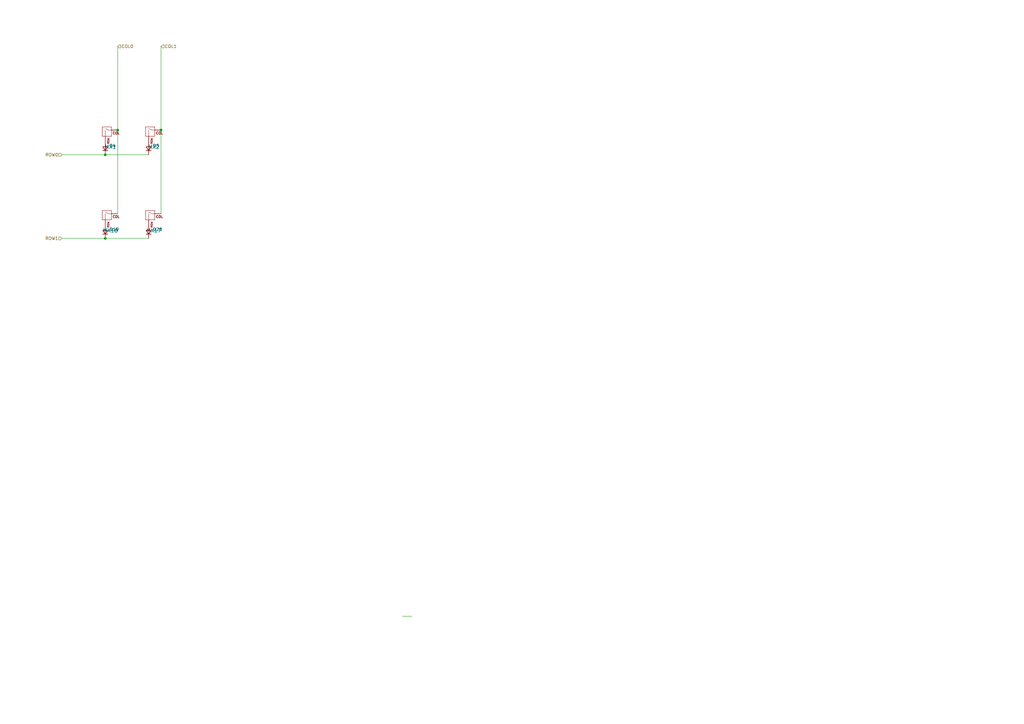
<source format=kicad_sch>
(kicad_sch (version 20211123) (generator eeschema)
  (paper "A3")
  (lib_symbols
    (symbol "Device:D_Small" (pin_numbers hide) (pin_names (offset 0.254) hide)
      (property "Reference" "D" (at -1.27 2.032 0))
      (property "Value" "D_Small" (at -3.81 -2.032 0))
      (symbol "D_Small_0_1"
        (polyline (pts (xy -0.762 -1.016) (xy -0.762 1.016)) (stroke (width 0.254)))
        (polyline (pts (xy -0.762 0) (xy 0.762 0)))
        (polyline (pts (xy 0.762 -1.016) (xy -0.762 0) (xy 0.762 1.016) (xy 0.762 -1.016)) (stroke (width 0.254)))
      )
      (symbol "D_Small_1_1"
        (pin passive line (at -2.54 0 0) (length 1.778) (name "K") (number "1"))
        (pin passive line (at 2.54 0 180) (length 1.778) (name "A") (number "2"))
      )
    )
    (symbol "MX_Alps_Hybrid:MX-NoLED" (pin_names (offset 1.016))
      (property "Reference" "MX" (at -0.635 3.81 0))
      (property "Value" "MX-NoLED" (at -0.635 1.27 0))
      (symbol "MX-NoLED_0_0"
        (rectangle (start -2.54 2.54) (end 1.27 -1.27))
        (polyline (pts (xy -1.27 -1.27) (xy -1.27 1.27)) (stroke (width 0.127)))
        (polyline (pts (xy 1.27 1.27) (xy 0 1.27) (xy -1.27 1.905)) (stroke (width 0.127)))
        (text "COL" (at 3.175 0 0) (effects (font (size 0.9906 0.9906) bold)))
        (text "ROW" (at 0 -1.905 900) (effects (font (size 0.762 0.762)) (justify right)))
      )
      (symbol "MX-NoLED_1_1"
        (pin passive line (at 3.81 1.27 180) (length 2.54) (name "COL") (number "1"))
        (pin passive line (at -1.27 -3.81 90) (length 2.54) (name "ROW") (number "2"))
      )
    )
  )
  (junction (at 48.26 53.34))
  (junction (at 43.18 63.5))
  (junction (at 66.04 53.34))
  (junction (at 43.18 97.79))
  (wire (pts (xy 48.26 19.05) (xy 48.26 53.34)))
  (wire (pts (xy 48.26 53.34) (xy 48.26 87.63)))
  (wire (pts (xy 60.96 63.5) (xy 43.18 63.5)))
  (wire (pts (xy 66.04 19.05) (xy 66.04 53.34)))
  (wire (pts (xy 168.91 252.73) (xy 165.1 252.73)))
  (wire (pts (xy 60.96 97.79) (xy 43.18 97.79)))
  (wire (pts (xy 43.18 63.5) (xy 25.4 63.5)))
  (wire (pts (xy 66.04 53.34) (xy 66.04 87.63)))
  (wire (pts (xy 43.18 97.79) (xy 25.4 97.79)))
  (hierarchical_label "COL1" (shape input) (at 66.04 19.05 0))
  (hierarchical_label "ROW0" (shape input) (at 25.4 63.5 180))
  (hierarchical_label "COL0" (shape input) (at 48.26 19.05 0))
  (hierarchical_label "ROW1" (shape input) (at 25.4 97.79 180))
  (symbol (lib_id "MX_Alps_Hybrid:MX-NoLED") (at 44.45 54.61 0) (unit 1)
    (property "Reference" "MX1" (at 45.2882 60.2742 0) (effects (font (size 1.524 1.524))))
  )
  (symbol (lib_id "MX_Alps_Hybrid:MX-NoLED") (at 62.23 54.61 0) (unit 1)
    (property "Reference" "MX2" (at 63.0682 60.2742 0) (effects (font (size 1.524 1.524))))
  )
  (symbol (lib_id "MX_Alps_Hybrid:MX-NoLED") (at 44.45 88.9 0) (unit 1)
    (property "Reference" "MX16" (at 45.2882 94.5642 0) (effects (font (size 1.524 1.524))))
  )
  (symbol (lib_id "MX_Alps_Hybrid:MX-NoLED") (at 62.23 88.9 0) (unit 1)
    (property "Reference" "MX17" (at 63.0682 94.5642 0) (effects (font (size 1.524 1.524))))
  )
  (symbol (lib_id "Device:D_Small") (at 43.18 95.25 90) (unit 1)
    (property "Reference" "D19" (at 44.9072 94.0816 90) (effects (justify right)))
  )
  (symbol (lib_id "Device:D_Small") (at 60.96 95.25 90) (unit 1)
    (property "Reference" "D20" (at 62.6872 94.0816 90) (effects (justify right)))
  )
  (symbol (lib_id "Device:D_Small") (at 43.18 60.96 90) (unit 1)
    (property "Reference" "D4" (at 44.9072 59.7916 90) (effects (justify right)))
  )
  (symbol (lib_id "Device:D_Small") (at 60.96 60.96 90) (unit 1)
    (property "Reference" "D5" (at 62.6872 59.7916 90) (effects (justify right)))
  )
)
</source>
